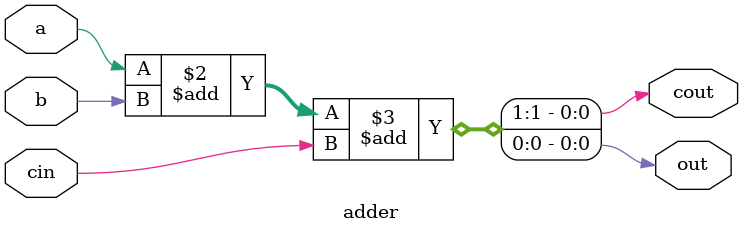
<source format=v>
module adder ( out, cout, a, b, cin );

   // Inputs and outputs
   input  a, b, cin;
   output out, cout;

   // Data types
   reg out, cout;

   always @ (a or b or cin) begin
      {cout, out} = a + b + cin;
   end
  
endmodule

</source>
